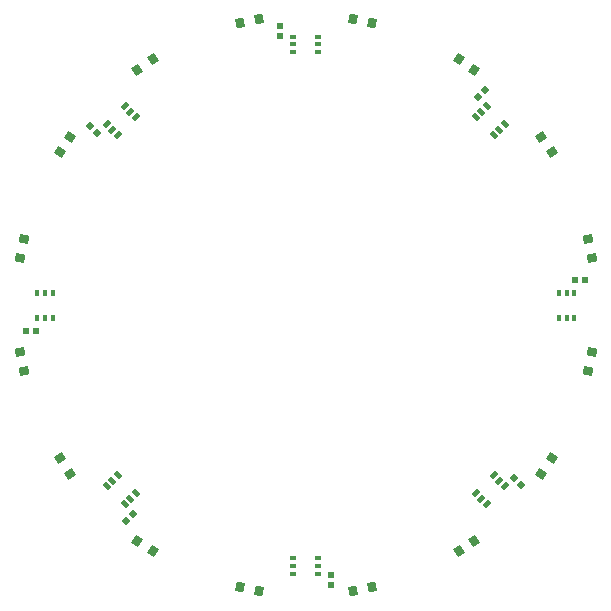
<source format=gbp>
G04 Layer_Color=128*
%FSAX25Y25*%
%MOIN*%
G70*
G01*
G75*
%ADD24R,0.01969X0.02047*%
%ADD28R,0.02047X0.01969*%
G04:AMPARAMS|DCode=34|XSize=15.75mil|YSize=23.62mil|CornerRadius=0mil|HoleSize=0mil|Usage=FLASHONLY|Rotation=315.000|XOffset=0mil|YOffset=0mil|HoleType=Round|Shape=Rectangle|*
%AMROTATEDRECTD34*
4,1,4,-0.01392,-0.00278,0.00278,0.01392,0.01392,0.00278,-0.00278,-0.01392,-0.01392,-0.00278,0.0*
%
%ADD34ROTATEDRECTD34*%

%ADD35C,0.00394*%
%ADD36R,0.02362X0.01575*%
G04:AMPARAMS|DCode=37|XSize=15.75mil|YSize=23.62mil|CornerRadius=0mil|HoleSize=0mil|Usage=FLASHONLY|Rotation=225.000|XOffset=0mil|YOffset=0mil|HoleType=Round|Shape=Rectangle|*
%AMROTATEDRECTD37*
4,1,4,-0.00278,0.01392,0.01392,-0.00278,0.00278,-0.01392,-0.01392,0.00278,-0.00278,0.01392,0.0*
%
%ADD37ROTATEDRECTD37*%

%ADD38R,0.01575X0.02362*%
G04:AMPARAMS|DCode=39|XSize=27.56mil|YSize=31.5mil|CornerRadius=0mil|HoleSize=0mil|Usage=FLASHONLY|Rotation=281.250|XOffset=0mil|YOffset=0mil|HoleType=Round|Shape=Rectangle|*
%AMROTATEDRECTD39*
4,1,4,-0.01813,0.01044,0.01276,0.01659,0.01813,-0.01044,-0.01276,-0.01659,-0.01813,0.01044,0.0*
%
%ADD39ROTATEDRECTD39*%

G04:AMPARAMS|DCode=40|XSize=27.56mil|YSize=31.5mil|CornerRadius=0mil|HoleSize=0mil|Usage=FLASHONLY|Rotation=258.750|XOffset=0mil|YOffset=0mil|HoleType=Round|Shape=Rectangle|*
%AMROTATEDRECTD40*
4,1,4,-0.01276,0.01659,0.01813,0.01044,0.01276,-0.01659,-0.01813,-0.01044,-0.01276,0.01659,0.0*
%
%ADD40ROTATEDRECTD40*%

G04:AMPARAMS|DCode=41|XSize=27.56mil|YSize=31.5mil|CornerRadius=0mil|HoleSize=0mil|Usage=FLASHONLY|Rotation=236.250|XOffset=0mil|YOffset=0mil|HoleType=Round|Shape=Rectangle|*
%AMROTATEDRECTD41*
4,1,4,-0.00544,0.02021,0.02075,0.00271,0.00544,-0.02021,-0.02075,-0.00271,-0.00544,0.02021,0.0*
%
%ADD41ROTATEDRECTD41*%

G04:AMPARAMS|DCode=42|XSize=27.56mil|YSize=31.5mil|CornerRadius=0mil|HoleSize=0mil|Usage=FLASHONLY|Rotation=213.750|XOffset=0mil|YOffset=0mil|HoleType=Round|Shape=Rectangle|*
%AMROTATEDRECTD42*
4,1,4,0.00271,0.02075,0.02021,-0.00544,-0.00271,-0.02075,-0.02021,0.00544,0.00271,0.02075,0.0*
%
%ADD42ROTATEDRECTD42*%

G04:AMPARAMS|DCode=43|XSize=27.56mil|YSize=31.5mil|CornerRadius=0mil|HoleSize=0mil|Usage=FLASHONLY|Rotation=191.250|XOffset=0mil|YOffset=0mil|HoleType=Round|Shape=Rectangle|*
%AMROTATEDRECTD43*
4,1,4,0.01044,0.01813,0.01659,-0.01276,-0.01044,-0.01813,-0.01659,0.01276,0.01044,0.01813,0.0*
%
%ADD43ROTATEDRECTD43*%

G04:AMPARAMS|DCode=44|XSize=27.56mil|YSize=31.5mil|CornerRadius=0mil|HoleSize=0mil|Usage=FLASHONLY|Rotation=168.750|XOffset=0mil|YOffset=0mil|HoleType=Round|Shape=Rectangle|*
%AMROTATEDRECTD44*
4,1,4,0.01659,0.01276,0.01044,-0.01813,-0.01659,-0.01276,-0.01044,0.01813,0.01659,0.01276,0.0*
%
%ADD44ROTATEDRECTD44*%

G04:AMPARAMS|DCode=45|XSize=27.56mil|YSize=31.5mil|CornerRadius=0mil|HoleSize=0mil|Usage=FLASHONLY|Rotation=146.250|XOffset=0mil|YOffset=0mil|HoleType=Round|Shape=Rectangle|*
%AMROTATEDRECTD45*
4,1,4,0.02021,0.00544,0.00271,-0.02075,-0.02021,-0.00544,-0.00271,0.02075,0.02021,0.00544,0.0*
%
%ADD45ROTATEDRECTD45*%

G04:AMPARAMS|DCode=46|XSize=27.56mil|YSize=31.5mil|CornerRadius=0mil|HoleSize=0mil|Usage=FLASHONLY|Rotation=123.750|XOffset=0mil|YOffset=0mil|HoleType=Round|Shape=Rectangle|*
%AMROTATEDRECTD46*
4,1,4,0.02075,-0.00271,-0.00544,-0.02021,-0.02075,0.00271,0.00544,0.02021,0.02075,-0.00271,0.0*
%
%ADD46ROTATEDRECTD46*%

G04:AMPARAMS|DCode=47|XSize=19.69mil|YSize=20.47mil|CornerRadius=0mil|HoleSize=0mil|Usage=FLASHONLY|Rotation=135.000|XOffset=0mil|YOffset=0mil|HoleType=Round|Shape=Rectangle|*
%AMROTATEDRECTD47*
4,1,4,0.01420,0.00028,-0.00028,-0.01420,-0.01420,-0.00028,0.00028,0.01420,0.01420,0.00028,0.0*
%
%ADD47ROTATEDRECTD47*%

G04:AMPARAMS|DCode=48|XSize=19.69mil|YSize=20.47mil|CornerRadius=0mil|HoleSize=0mil|Usage=FLASHONLY|Rotation=225.000|XOffset=0mil|YOffset=0mil|HoleType=Round|Shape=Rectangle|*
%AMROTATEDRECTD48*
4,1,4,-0.00028,0.01420,0.01420,-0.00028,0.00028,-0.01420,-0.01420,0.00028,-0.00028,0.01420,0.0*
%
%ADD48ROTATEDRECTD48*%

D24*
X0415886Y0253000D02*
D03*
X0419114D02*
D03*
X0602114Y0270000D02*
D03*
X0598886D02*
D03*
D28*
X0500500Y0354614D02*
D03*
Y0351386D02*
D03*
X0517500Y0168386D02*
D03*
Y0171614D02*
D03*
D34*
X0452326Y0324160D02*
D03*
X0450516Y0325969D02*
D03*
X0448707Y0327779D02*
D03*
X0442721Y0321793D02*
D03*
X0444531Y0319984D02*
D03*
X0446340Y0318174D02*
D03*
X0565674Y0198840D02*
D03*
X0567484Y0197031D02*
D03*
X0569293Y0195221D02*
D03*
X0575279Y0201207D02*
D03*
X0573469Y0203016D02*
D03*
X0571660Y0204826D02*
D03*
D35*
X0444044Y0326456D02*
D03*
X0509000Y0353362D02*
D03*
X0573956Y0326456D02*
D03*
X0600862Y0261500D02*
D03*
X0573956Y0196544D02*
D03*
X0509000Y0169638D02*
D03*
X0444044Y0196544D02*
D03*
X0417138Y0261500D02*
D03*
D36*
X0504768Y0345882D02*
D03*
Y0348441D02*
D03*
Y0351000D02*
D03*
X0513232D02*
D03*
Y0348441D02*
D03*
Y0345882D02*
D03*
Y0177118D02*
D03*
Y0174559D02*
D03*
Y0172000D02*
D03*
X0504768D02*
D03*
Y0174559D02*
D03*
Y0177118D02*
D03*
D37*
X0571660Y0318174D02*
D03*
X0573469Y0319984D02*
D03*
X0575279Y0321793D02*
D03*
X0569293Y0327779D02*
D03*
X0567484Y0325969D02*
D03*
X0565674Y0324160D02*
D03*
X0446340Y0204826D02*
D03*
X0444531Y0203016D02*
D03*
X0442721Y0201207D02*
D03*
X0448707Y0195221D02*
D03*
X0450516Y0197031D02*
D03*
X0452326Y0198840D02*
D03*
D38*
X0593382Y0265732D02*
D03*
X0595941D02*
D03*
X0598500D02*
D03*
Y0257268D02*
D03*
X0595941D02*
D03*
X0593382D02*
D03*
X0424618D02*
D03*
X0422059D02*
D03*
X0419500D02*
D03*
Y0265732D02*
D03*
X0422059D02*
D03*
X0424618D02*
D03*
D39*
X0413740Y0245763D02*
D03*
X0414969Y0239585D02*
D03*
X0604260Y0277237D02*
D03*
X0603031Y0283415D02*
D03*
D40*
X0414969D02*
D03*
X0413740Y0277237D02*
D03*
X0603031Y0239585D02*
D03*
X0604260Y0245763D02*
D03*
D41*
X0430513Y0317731D02*
D03*
X0427013Y0312494D02*
D03*
X0587487Y0205269D02*
D03*
X0590987Y0210506D02*
D03*
D42*
X0458006Y0343487D02*
D03*
X0452769Y0339987D02*
D03*
X0559994Y0179513D02*
D03*
X0565231Y0183013D02*
D03*
D43*
X0493263Y0356760D02*
D03*
X0487085Y0355531D02*
D03*
X0524737Y0166240D02*
D03*
X0530915Y0167469D02*
D03*
D44*
Y0355531D02*
D03*
X0524737Y0356760D02*
D03*
X0487085Y0167469D02*
D03*
X0493263Y0166240D02*
D03*
D45*
X0565231Y0339987D02*
D03*
X0559994Y0343487D02*
D03*
X0452769Y0183013D02*
D03*
X0458006Y0179513D02*
D03*
D46*
X0590987Y0312494D02*
D03*
X0587487Y0317731D02*
D03*
X0427013Y0210506D02*
D03*
X0430513Y0205269D02*
D03*
D47*
X0437148Y0321331D02*
D03*
X0439431Y0319049D02*
D03*
X0580852Y0201669D02*
D03*
X0578569Y0203952D02*
D03*
D48*
X0449169Y0189648D02*
D03*
X0451451Y0191931D02*
D03*
X0568831Y0333352D02*
D03*
X0566548Y0331069D02*
D03*
M02*

</source>
